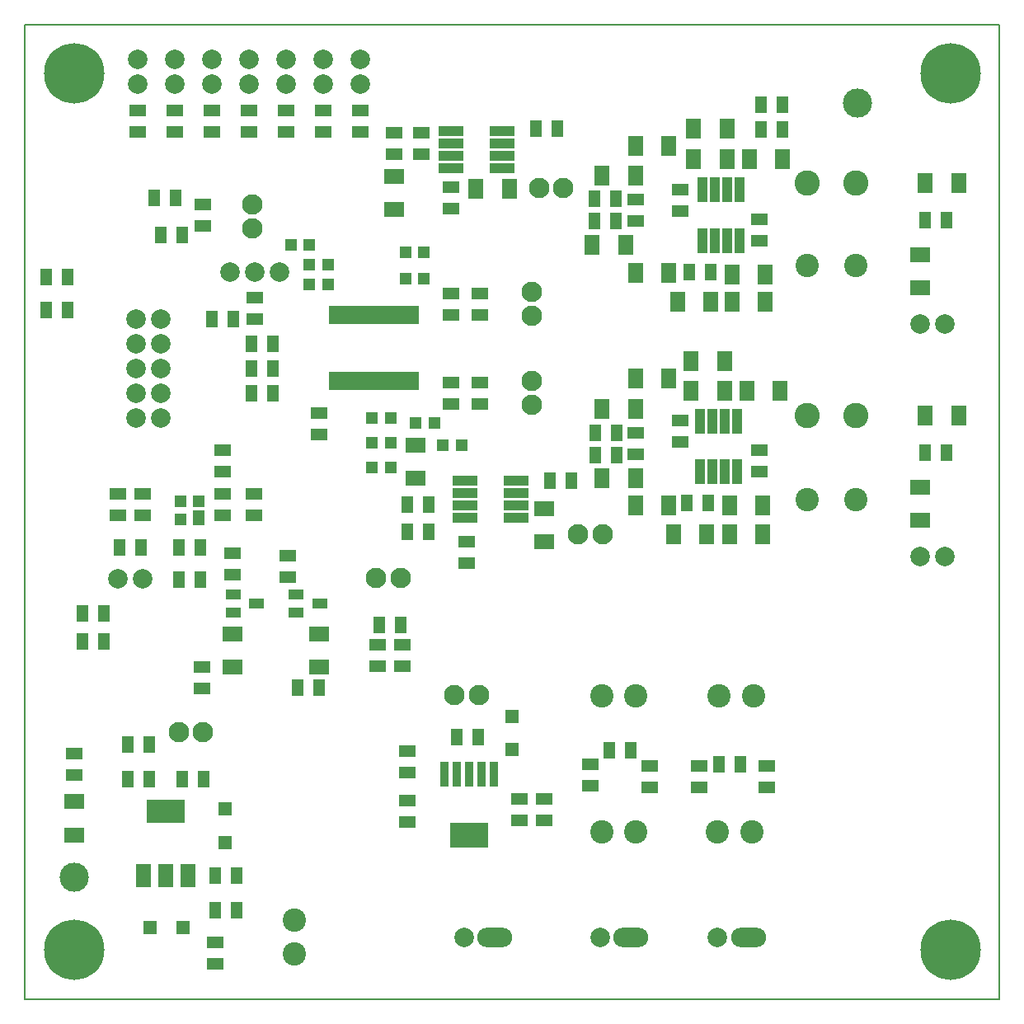
<source format=gts>
G04 #@! TF.FileFunction,Soldermask,Top*
%FSLAX46Y46*%
G04 Gerber Fmt 4.6, Leading zero omitted, Abs format (unit mm)*
G04 Created by KiCad (PCBNEW 4.0.2-stable) date 20/04/2016 14:34:56*
%MOMM*%
G01*
G04 APERTURE LIST*
%ADD10C,0.100000*%
%ADD11C,0.150000*%
%ADD12R,1.300000X1.700000*%
%ADD13R,1.500000X2.100000*%
%ADD14R,2.100000X1.500000*%
%ADD15C,2.400000*%
%ADD16R,1.700000X1.300000*%
%ADD17C,2.100000*%
%ADD18R,1.300000X1.300000*%
%ADD19C,2.600000*%
%ADD20R,1.400000X1.400000*%
%ADD21C,2.000000*%
%ADD22O,3.600000X2.000000*%
%ADD23R,1.600000X1.050000*%
%ADD24R,4.000000X2.600000*%
%ADD25R,0.950000X2.550000*%
%ADD26R,1.300000X1.600000*%
%ADD27R,1.300000X1.200000*%
%ADD28R,2.600000X1.000000*%
%ADD29R,0.850000X1.900000*%
%ADD30R,1.000000X2.600000*%
%ADD31C,6.200000*%
%ADD32C,3.000000*%
%ADD33R,4.000000X2.400000*%
%ADD34R,1.600000X2.400000*%
G04 APERTURE END LIST*
D10*
D11*
X100000000Y0D02*
X100000000Y100000000D01*
X100000000Y0D02*
X0Y0D01*
X0Y100000000D02*
X100000000Y100000000D01*
X0Y0D02*
X0Y100000000D01*
D12*
X70442000Y74676000D03*
X68242000Y74676000D03*
D13*
X67007000Y71628000D03*
X70407000Y71628000D03*
D14*
X91948000Y52578000D03*
X91948000Y49178000D03*
X91948000Y76454000D03*
X91948000Y73054000D03*
D15*
X59210000Y17145000D03*
X62710000Y17145000D03*
X71120000Y17145000D03*
X74620000Y17145000D03*
X27685000Y8099500D03*
X27685000Y4599500D03*
D16*
X19557000Y5841500D03*
X19557000Y3641500D03*
D12*
X59987000Y25527000D03*
X62187000Y25527000D03*
X71290000Y24130000D03*
X73490000Y24130000D03*
X19557000Y9143500D03*
X21757000Y9143500D03*
D15*
X59210000Y31115000D03*
X62710000Y31115000D03*
D12*
X19557000Y12699500D03*
X21757000Y12699500D03*
D15*
X71275000Y31115000D03*
X74775000Y31115000D03*
D16*
X53340000Y20531000D03*
X53340000Y18331000D03*
X50800000Y20531000D03*
X50800000Y18331000D03*
D12*
X12783000Y26145500D03*
X10583000Y26145500D03*
X12783000Y22605500D03*
X10583000Y22605500D03*
X16171000Y22605500D03*
X18371000Y22605500D03*
D17*
X44088000Y31241500D03*
X46588000Y31241500D03*
D12*
X44365000Y26860000D03*
X46565000Y26860000D03*
X15450000Y82245200D03*
X13250000Y82245200D03*
D17*
X23317200Y79090200D03*
X23317200Y81590200D03*
D18*
X29209000Y77469500D03*
X27309000Y77469500D03*
X29209000Y75437500D03*
X31109000Y75437500D03*
X29209000Y73405500D03*
X31109000Y73405500D03*
D16*
X38702300Y36350010D03*
X38702300Y34150010D03*
D17*
X36055300Y43251010D03*
X38555300Y43251010D03*
X52070000Y70124000D03*
X52070000Y72624000D03*
D18*
X35625000Y54609500D03*
X37525000Y54609500D03*
X35625000Y57149500D03*
X37525000Y57149500D03*
X35625000Y59689500D03*
X37525000Y59689500D03*
D16*
X46736000Y70274000D03*
X46736000Y72474000D03*
X43768000Y70274000D03*
X43768000Y72474000D03*
D12*
X15791000Y43053000D03*
X17991000Y43053000D03*
X15791000Y46355000D03*
X17991000Y46355000D03*
D16*
X12065000Y51900000D03*
X12065000Y49700000D03*
X43768000Y63330000D03*
X43768000Y61130000D03*
X20320000Y51900000D03*
X20320000Y49700000D03*
X46736000Y63330000D03*
X46736000Y61130000D03*
D12*
X9695000Y46355000D03*
X11895000Y46355000D03*
D17*
X52070000Y63480000D03*
X52070000Y60980000D03*
D16*
X30225000Y60155000D03*
X30225000Y57955000D03*
D12*
X58462000Y79882500D03*
X60662000Y79882500D03*
X60662000Y82168500D03*
X58462000Y82168500D03*
D15*
X80303000Y75310500D03*
X85303000Y75310500D03*
D19*
X85303000Y83819500D03*
X80303000Y83819500D03*
D15*
X80303000Y51307500D03*
X85303000Y51307500D03*
D19*
X85303000Y59943500D03*
X80303000Y59943500D03*
D16*
X67310000Y83078000D03*
X67310000Y80878000D03*
X67309000Y59392500D03*
X67309000Y57192500D03*
D12*
X70175000Y50926500D03*
X67975000Y50926500D03*
D16*
X75437000Y80093500D03*
X75437000Y77893500D03*
X75373500Y56344500D03*
X75373500Y54144500D03*
X62738000Y79926000D03*
X62738000Y82126000D03*
X62738000Y55923000D03*
X62738000Y58123000D03*
X37909500Y86720500D03*
X37909500Y88920500D03*
D12*
X41485000Y48005500D03*
X39285000Y48005500D03*
D16*
X40703500Y86720500D03*
X40703500Y88920500D03*
D12*
X41485000Y50799500D03*
X39285000Y50799500D03*
X52430500Y89344500D03*
X54630500Y89344500D03*
X53891000Y53213000D03*
X56091000Y53213000D03*
D16*
X43751500Y81132500D03*
X43751500Y83332500D03*
X45339000Y44747000D03*
X45339000Y46947000D03*
D20*
X16255000Y7365500D03*
X12855000Y7365500D03*
X50037000Y25604500D03*
X50037000Y29004500D03*
X20573000Y19479500D03*
X20573000Y16079500D03*
D14*
X21285200Y34063200D03*
X21285200Y37463200D03*
X30175200Y34063200D03*
X30175200Y37463200D03*
D16*
X58039000Y21887000D03*
X58039000Y24087000D03*
X76200000Y21760000D03*
X76200000Y23960000D03*
D12*
X13962200Y78435200D03*
X16162200Y78435200D03*
D16*
X36162300Y34150010D03*
X36162300Y36350010D03*
D21*
X59055000Y6350000D03*
D22*
X62230000Y6350000D03*
D21*
X71120000Y6350000D03*
D22*
X74295000Y6350000D03*
D21*
X45085000Y6350000D03*
D22*
X48260000Y6350000D03*
D16*
X64135000Y23960000D03*
X64135000Y21760000D03*
X69215000Y21760000D03*
X69215000Y23960000D03*
X39243000Y20404000D03*
X39243000Y18204000D03*
X39243000Y25484000D03*
X39243000Y23284000D03*
X34417000Y89070000D03*
X34417000Y91270000D03*
X18237200Y79367200D03*
X18237200Y81567200D03*
X30607000Y89070000D03*
X30607000Y91270000D03*
X26797000Y89070000D03*
X26797000Y91270000D03*
X22987000Y89070000D03*
X22987000Y91270000D03*
X19177000Y89070000D03*
X19177000Y91270000D03*
D12*
X36332300Y38425010D03*
X38532300Y38425010D03*
D16*
X15367000Y89070000D03*
X15367000Y91270000D03*
X11557000Y89070000D03*
X11557000Y91270000D03*
X9525000Y51900000D03*
X9525000Y49700000D03*
X23495000Y49700000D03*
X23495000Y51900000D03*
X20320000Y56345000D03*
X20320000Y54145000D03*
D12*
X19220000Y69850000D03*
X21420000Y69850000D03*
X23284000Y67310000D03*
X25484000Y67310000D03*
X23284000Y64770000D03*
X25484000Y64770000D03*
X23284000Y62230000D03*
X25484000Y62230000D03*
D16*
X21285200Y45753200D03*
X21285200Y43553200D03*
X18185400Y34068700D03*
X18185400Y31868700D03*
X27000200Y45499200D03*
X27000200Y43299200D03*
D12*
X30207400Y31952700D03*
X28007400Y31952700D03*
D13*
X72594000Y71627500D03*
X75994000Y71627500D03*
X68657000Y86232500D03*
X72057000Y86232500D03*
X72340000Y47751500D03*
X75740000Y47751500D03*
X68403000Y62483500D03*
X71803000Y62483500D03*
X72594000Y74421500D03*
X75994000Y74421500D03*
X74372000Y86232500D03*
X77772000Y86232500D03*
X72340000Y50672500D03*
X75740000Y50672500D03*
X74118000Y62483500D03*
X77518000Y62483500D03*
X68657000Y89407500D03*
X72057000Y89407500D03*
X66613000Y47752000D03*
X70013000Y47752000D03*
X68403000Y65531500D03*
X71803000Y65531500D03*
X62688000Y74548500D03*
X66088000Y74548500D03*
X62688000Y87629500D03*
X66088000Y87629500D03*
X62688000Y50672500D03*
X66088000Y50672500D03*
X62688000Y63753500D03*
X66088000Y63753500D03*
X58243000Y77469500D03*
X61643000Y77469500D03*
X59260000Y84581500D03*
X62660000Y84581500D03*
X59259000Y53466500D03*
X62659000Y53466500D03*
X59259000Y60578500D03*
X62659000Y60578500D03*
D14*
X37909500Y84440500D03*
X37909500Y81040500D03*
X40131000Y53495500D03*
X40131000Y56895500D03*
D13*
X49706000Y83185000D03*
X46306000Y83185000D03*
D14*
X53340000Y46941000D03*
X53340000Y50341000D03*
D23*
X23755200Y40589200D03*
X21355200Y41539200D03*
X21355200Y39639200D03*
X30232200Y40589200D03*
X27832200Y41539200D03*
X27832200Y39639200D03*
D24*
X45593000Y16789400D03*
D25*
X45593000Y23050500D03*
X43053000Y23050500D03*
X48133000Y23050500D03*
X46863000Y23050500D03*
X44323000Y23050500D03*
D26*
X17791000Y49415000D03*
D27*
X17791000Y51115000D03*
X15991000Y51115000D03*
X15991000Y49215000D03*
D28*
X43751500Y89090500D03*
X43751500Y87820500D03*
X43751500Y86550500D03*
X43751500Y85280500D03*
X48951500Y85280500D03*
X48951500Y86550500D03*
X48951500Y87820500D03*
X48951500Y89090500D03*
X45212000Y53213000D03*
X45212000Y51943000D03*
X45212000Y50673000D03*
X45212000Y49403000D03*
X50412000Y49403000D03*
X50412000Y50673000D03*
X50412000Y51943000D03*
X50412000Y53213000D03*
D29*
X40048000Y70250000D03*
X39398000Y70250000D03*
X38748000Y70250000D03*
X38098000Y70250000D03*
X37448000Y70250000D03*
X36798000Y70250000D03*
X36148000Y70250000D03*
X35498000Y70250000D03*
X34848000Y70250000D03*
X34198000Y70250000D03*
X33548000Y70250000D03*
X32898000Y70250000D03*
X32248000Y70250000D03*
X31598000Y70250000D03*
X31598000Y63500000D03*
X32248000Y63500000D03*
X32898000Y63500000D03*
X33548000Y63500000D03*
X34198000Y63500000D03*
X34848000Y63500000D03*
X35498000Y63500000D03*
X36148000Y63500000D03*
X36798000Y63500000D03*
X37448000Y63500000D03*
X38098000Y63500000D03*
X38748000Y63500000D03*
X39398000Y63500000D03*
X40048000Y63500000D03*
D30*
X69596000Y77866488D03*
X70866000Y77866488D03*
X72136000Y77866488D03*
X73406000Y77866488D03*
X73406000Y83066488D03*
X72136000Y83066488D03*
X70866000Y83066488D03*
X69596000Y83066488D03*
X69342000Y54145000D03*
X70612000Y54145000D03*
X71882000Y54145000D03*
X73152000Y54145000D03*
X73152000Y59345000D03*
X71882000Y59345000D03*
X70612000Y59345000D03*
X69342000Y59345000D03*
D17*
X52788500Y83248500D03*
X55288500Y83248500D03*
X56789000Y47752000D03*
X59289000Y47752000D03*
D18*
X39049000Y76707500D03*
X40949000Y76707500D03*
X39049000Y73999500D03*
X40949000Y73999500D03*
X40131000Y59181500D03*
X42031000Y59181500D03*
X42925000Y56895500D03*
X44825000Y56895500D03*
D12*
X92456000Y56134000D03*
X94656000Y56134000D03*
D16*
X23622000Y72050000D03*
X23622000Y69850000D03*
X5079000Y23029500D03*
X5079000Y25229500D03*
D12*
X5885000Y36703000D03*
X8085000Y36703000D03*
X5885000Y39624000D03*
X8085000Y39624000D03*
X4402000Y70739000D03*
X2202000Y70739000D03*
X4402000Y74168000D03*
X2202000Y74168000D03*
D17*
X15767000Y27431500D03*
X18267000Y27431500D03*
D12*
X58589000Y55879500D03*
X60789000Y55879500D03*
X60789000Y58165500D03*
X58589000Y58165500D03*
X92456000Y80010000D03*
X94656000Y80010000D03*
X77807000Y89280500D03*
X75607000Y89280500D03*
X77807000Y91820500D03*
X75607000Y91820500D03*
D21*
X34417000Y93980000D03*
X34417000Y96520000D03*
X30607000Y93980000D03*
X30607000Y96520000D03*
X26797000Y93980000D03*
X26797000Y96520000D03*
X22987000Y93980000D03*
X22987000Y96520000D03*
X19177000Y93980000D03*
X19177000Y96520000D03*
X15367000Y93980000D03*
X15367000Y96520000D03*
X11557000Y93980000D03*
X11557000Y96520000D03*
X9525000Y43180000D03*
X12065000Y43180000D03*
X11430000Y69850000D03*
X13970000Y69850000D03*
X11430000Y67310000D03*
X13970000Y67310000D03*
X11430000Y64770000D03*
X13970000Y64770000D03*
X11430000Y62230000D03*
X13970000Y62230000D03*
X11430000Y59690000D03*
X13970000Y59690000D03*
X26162000Y74676000D03*
X21082000Y74676000D03*
X23622000Y74676000D03*
X91948000Y69342000D03*
X94488000Y69342000D03*
X91948000Y45466000D03*
X94488000Y45466000D03*
D31*
X5000000Y5000000D03*
X95000000Y5000000D03*
X5000000Y95000000D03*
X95000000Y95000000D03*
D32*
X5000000Y12500000D03*
X85500000Y92000000D03*
D33*
X14477000Y19303500D03*
D34*
X14477000Y12699500D03*
X16763000Y12699500D03*
X12191000Y12699500D03*
D13*
X95856000Y83820000D03*
X92456000Y83820000D03*
X95856000Y59944000D03*
X92456000Y59944000D03*
D14*
X5080000Y20242000D03*
X5080000Y16842000D03*
M02*

</source>
